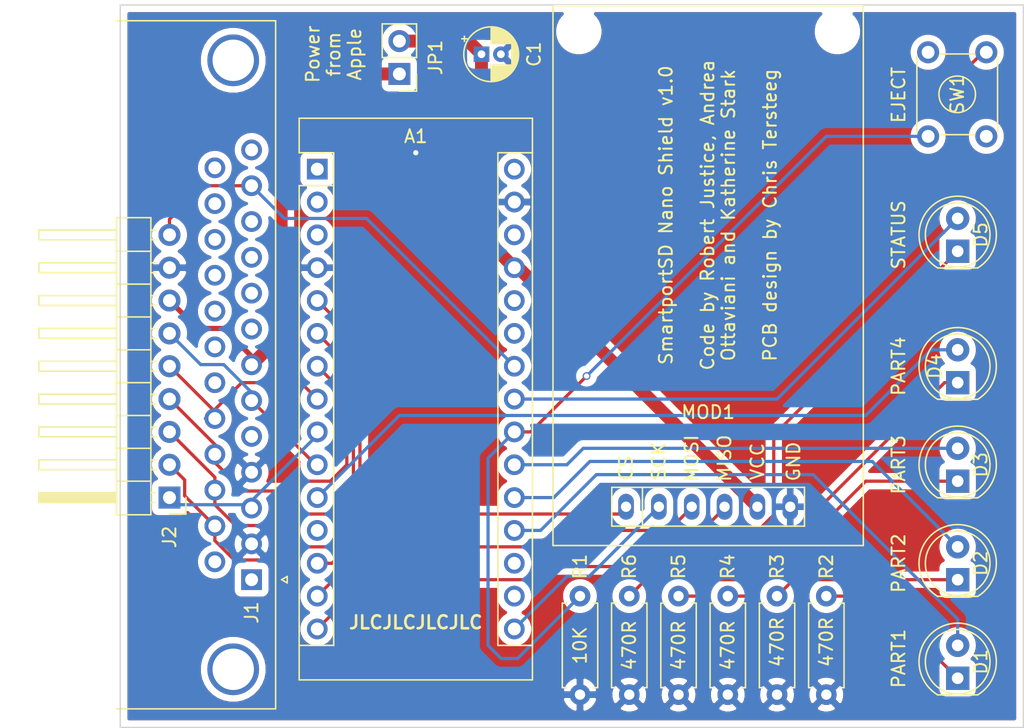
<source format=kicad_pcb>
(kicad_pcb (version 20171130) (host pcbnew "(5.1.9)-1")
  (title_block (date "jeu. 02 avril 2015"))
  (layers (0 F.Cu signal) (31 B.Cu signal) (34 B.Paste user) (35 F.Paste user) (36 B.SilkS user) (37 F.SilkS user) (38 B.Mask user) (39 F.Mask user) (44 Edge.Cuts user))
  (net 0 "")
  (net 1 GND)
  (net 2 +5V)
  (net 3 "Net-(D1-Pad1)")
  (net 4 "Net-(J1-Pad0)")
  (net 5 "Net-(J1-Pad25)")
  (net 6 "Net-(J1-Pad24)")
  (net 7 "Net-(J1-Pad23)")
  (net 8 "Net-(J1-Pad22)")
  (net 9 "Net-(J1-Pad21)")
  (net 10 "Net-(J1-Pad20)")
  (net 11 "Net-(J1-Pad19)")
  (net 12 "Net-(J1-Pad14)")
  (net 13 "Net-(J1-Pad13)")
  (net 14 "Net-(J1-Pad11)")
  (net 15 "Net-(J1-Pad10)")
  (net 16 "Net-(J1-Pad9)")
  (net 17 "Net-(J1-Pad8)")
  (net 18 "Net-(J1-Pad5)")
  (net 19 "Net-(J1-Pad1)")
  (net 20 "Net-(SW1-Pad2)")
  (net 21 "Net-(SW1-Pad3)")
  (net 22 "Net-(A1-Pad30)")
  (net 23 "Net-(A1-Pad28)")
  (net 24 "Net-(A1-Pad12)")
  (net 25 "Net-(A1-Pad26)")
  (net 26 "Net-(A1-Pad25)")
  (net 27 "Net-(A1-Pad3)")
  (net 28 "Net-(A1-Pad18)")
  (net 29 "Net-(A1-Pad2)")
  (net 30 "Net-(A1-Pad17)")
  (net 31 "Net-(A1-Pad1)")
  (net 32 SCK)
  (net 33 MISO)
  (net 34 MOSI)
  (net 35 CS)
  (net 36 D8_PART4_LED)
  (net 37 PD7)
  (net 38 PD6)
  (net 39 PA5)
  (net 40 PD5)
  (net 41 PA4_STATUS_LED)
  (net 42 PD4)
  (net 43 PA3_EJECT_BUTTON)
  (net 44 PD3)
  (net 45 A3_PART3_LED)
  (net 46 PD2)
  (net 47 A1_PART2_LED)
  (net 48 A0_PART1_LED)
  (net 49 "Net-(D2-Pad1)")
  (net 50 "Net-(D3-Pad1)")
  (net 51 "Net-(D4-Pad1)")
  (net 52 "Net-(D5-Pad1)")
  (net 53 5V_APPLE)
  (module CARD-SD-ADAPTER-CATALEX:Catalex-MicroSD-Card-Down (layer F.Cu) (at 162.56 80.518)
    (fp_text reference MOD1 (at -0.25 11.938) (layer F.SilkS))
    (fp_text value CARD-SD-ADAPTER-CATALEX)
    (fp_line (start -7.7 17.75) (end 7.2 17.75) (layer F.SilkS) (width 0.12))
    (fp_line (start 7.2 17.75) (end 7.2 20.75) (layer F.SilkS) (width 0.12))
    (fp_line (start 7.2 20.75) (end -7.7 20.75) (layer F.SilkS) (width 0.12))
    (fp_line (start -7.7 20.75) (end -7.7 17.75) (layer F.SilkS) (width 0.12))
    (fp_line (start -5.33 17.75) (end -5.33 20.75) (layer F.SilkS) (width 0.12))
    (fp_line (start -12.25 22.25) (end 11.75 22.25) (layer F.SilkS) (width 0.12))
    (fp_line (start 11.75 22.25) (end 11.75 -19.5) (layer F.SilkS) (width 0.12))
    (fp_line (start 11.75 -19.5) (end -12.25 -19.5) (layer F.SilkS) (width 0.12))
    (fp_line (start -12.25 -19.5) (end -12.25 22.25) (layer F.SilkS) (width 0.12))
    (fp_text user MISO (at 1.016 15.5 90) (layer F.SilkS))
    (fp_text user CS (at -6.604 16.256 90) (layer F.SilkS))
    (fp_text user SCK (at -4.064 15.748 90) (layer F.SilkS))
    (fp_text user MOSI (at -1.524 15.5 90) (layer F.SilkS))
    (fp_text user VCC (at 3.556 15.75 90) (layer F.SilkS))
    (fp_text user GND (at 6.35 15.75 90) (layer F.SilkS))
    (pad "" np_thru_hole circle (at 9.75 -17.5) (size 2.5 2.5) (drill 2.5) (layers *.Cu *.Mask))
    (pad "" np_thru_hole circle (at -10.25 -17.5) (size 2.5 2.5) (drill 2.5) (layers *.Cu *.Mask))
    (pad GND thru_hole oval (at 6.1 19.25) (size 1.2 2) (drill 0.8) (layers *.Cu *.Mask) (net 1 GND))
    (pad VCC5V thru_hole oval (at 3.56 19.25) (size 1.2 2) (drill 0.8) (layers *.Cu *.Mask) (net 2 +5V))
    (pad MISO thru_hole oval (at 1.02 19.25) (size 1.2 2) (drill 0.8) (layers *.Cu *.Mask) (net 33 MISO))
    (pad MOSI thru_hole oval (at -1.52 19.25) (size 1.2 2) (drill 0.8) (layers *.Cu *.Mask) (net 34 MOSI))
    (pad SCK thru_hole oval (at -4.06 19.25) (size 1.2 2) (drill 0.8) (layers *.Cu *.Mask) (net 32 SCK))
    (pad CS thru_hole oval (at -6.6 19.25) (size 1.2 2) (drill 0.8) (layers *.Cu *.Mask) (net 35 CS))
  )
  (module Resistor_THT:R_Axial_DIN0207_L6.3mm_D2.5mm_P7.62mm_Horizontal (layer F.Cu) (at 156.21 114.3 90)
    (fp_text reference R6 (at 9.906 0 90) (layer F.SilkS))
    (fp_text value 470R (at 3.81 0 90) (layer F.SilkS))
    (fp_line (start 0.54 -1.04) (end 0.54 -1.37) (layer F.SilkS) (width 0.12))
    (fp_line (start 0.54 -1.37) (end 7.08 -1.37) (layer F.SilkS) (width 0.12))
    (fp_line (start 7.08 -1.37) (end 7.08 -1.04) (layer F.SilkS) (width 0.12))
    (fp_line (start 0.54 1.04) (end 0.54 1.37) (layer F.SilkS) (width 0.12))
    (fp_line (start 0.54 1.37) (end 7.08 1.37) (layer F.SilkS) (width 0.12))
    (fp_line (start 7.08 1.37) (end 7.08 1.04) (layer F.SilkS) (width 0.12))
    (pad 2 thru_hole oval (at 7.62 0 90) (size 1.6 1.6) (drill 0.8) (layers *.Cu *.Mask) (net 52 "Net-(D5-Pad1)"))
    (pad 1 thru_hole circle (at 0 0 90) (size 1.6 1.6) (drill 0.8) (layers *.Cu *.Mask) (net 1 GND))
  )
  (module Resistor_THT:R_Axial_DIN0207_L6.3mm_D2.5mm_P7.62mm_Horizontal (layer F.Cu) (at 160.02 114.3 90)
    (fp_text reference R5 (at 9.906 0 90) (layer F.SilkS))
    (fp_text value 470R (at 3.81 0 90) (layer F.SilkS))
    (fp_line (start 0.54 -1.04) (end 0.54 -1.37) (layer F.SilkS) (width 0.12))
    (fp_line (start 0.54 -1.37) (end 7.08 -1.37) (layer F.SilkS) (width 0.12))
    (fp_line (start 7.08 -1.37) (end 7.08 -1.04) (layer F.SilkS) (width 0.12))
    (fp_line (start 0.54 1.04) (end 0.54 1.37) (layer F.SilkS) (width 0.12))
    (fp_line (start 0.54 1.37) (end 7.08 1.37) (layer F.SilkS) (width 0.12))
    (fp_line (start 7.08 1.37) (end 7.08 1.04) (layer F.SilkS) (width 0.12))
    (pad 2 thru_hole oval (at 7.62 0 90) (size 1.6 1.6) (drill 0.8) (layers *.Cu *.Mask) (net 51 "Net-(D4-Pad1)"))
    (pad 1 thru_hole circle (at 0 0 90) (size 1.6 1.6) (drill 0.8) (layers *.Cu *.Mask) (net 1 GND))
  )
  (module Resistor_THT:R_Axial_DIN0207_L6.3mm_D2.5mm_P7.62mm_Horizontal (layer F.Cu) (at 163.83 114.3 90)
    (fp_text reference R4 (at 9.906 0 90) (layer F.SilkS))
    (fp_text value 470R (at 3.81 0 90) (layer F.SilkS))
    (fp_line (start 0.54 -1.04) (end 0.54 -1.37) (layer F.SilkS) (width 0.12))
    (fp_line (start 0.54 -1.37) (end 7.08 -1.37) (layer F.SilkS) (width 0.12))
    (fp_line (start 7.08 -1.37) (end 7.08 -1.04) (layer F.SilkS) (width 0.12))
    (fp_line (start 0.54 1.04) (end 0.54 1.37) (layer F.SilkS) (width 0.12))
    (fp_line (start 0.54 1.37) (end 7.08 1.37) (layer F.SilkS) (width 0.12))
    (fp_line (start 7.08 1.37) (end 7.08 1.04) (layer F.SilkS) (width 0.12))
    (pad 2 thru_hole oval (at 7.62 0 90) (size 1.6 1.6) (drill 0.8) (layers *.Cu *.Mask) (net 50 "Net-(D3-Pad1)"))
    (pad 1 thru_hole circle (at 0 0 90) (size 1.6 1.6) (drill 0.8) (layers *.Cu *.Mask) (net 1 GND))
  )
  (module Resistor_THT:R_Axial_DIN0207_L6.3mm_D2.5mm_P7.62mm_Horizontal (layer F.Cu) (at 167.64 114.3 90)
    (fp_text reference R3 (at 9.906 0 90) (layer F.SilkS))
    (fp_text value 470R (at 4.064 0 90) (layer F.SilkS))
    (fp_line (start 0.54 -1.04) (end 0.54 -1.37) (layer F.SilkS) (width 0.12))
    (fp_line (start 0.54 -1.37) (end 7.08 -1.37) (layer F.SilkS) (width 0.12))
    (fp_line (start 7.08 -1.37) (end 7.08 -1.04) (layer F.SilkS) (width 0.12))
    (fp_line (start 0.54 1.04) (end 0.54 1.37) (layer F.SilkS) (width 0.12))
    (fp_line (start 0.54 1.37) (end 7.08 1.37) (layer F.SilkS) (width 0.12))
    (fp_line (start 7.08 1.37) (end 7.08 1.04) (layer F.SilkS) (width 0.12))
    (pad 2 thru_hole oval (at 7.62 0 90) (size 1.6 1.6) (drill 0.8) (layers *.Cu *.Mask) (net 49 "Net-(D2-Pad1)"))
    (pad 1 thru_hole circle (at 0 0 90) (size 1.6 1.6) (drill 0.8) (layers *.Cu *.Mask) (net 1 GND))
  )
  (module Connector_PinHeader_2.54mm:PinHeader_1x09_P2.54mm_Horizontal (layer F.Cu) (at 120.65 99.06 180)
    (fp_text reference J2 (at 0 -3.048 90) (layer F.SilkS))
    (fp_text value Conn_01x09)
    (fp_line (start 1.44 -1.33) (end 1.44 21.65) (layer F.SilkS) (width 0.12))
    (fp_line (start 1.44 21.65) (end 4.1 21.65) (layer F.SilkS) (width 0.12))
    (fp_line (start 4.1 21.65) (end 4.1 -1.33) (layer F.SilkS) (width 0.12))
    (fp_line (start 4.1 -1.33) (end 1.44 -1.33) (layer F.SilkS) (width 0.12))
    (fp_line (start 4.1 -0.38) (end 10.1 -0.38) (layer F.SilkS) (width 0.12))
    (fp_line (start 10.1 -0.38) (end 10.1 0.38) (layer F.SilkS) (width 0.12))
    (fp_line (start 10.1 0.38) (end 4.1 0.38) (layer F.SilkS) (width 0.12))
    (fp_line (start 4.1 -0.32) (end 10.1 -0.32) (layer F.SilkS) (width 0.12))
    (fp_line (start 4.1 -0.2) (end 10.1 -0.2) (layer F.SilkS) (width 0.12))
    (fp_line (start 4.1 -0.08) (end 10.1 -0.08) (layer F.SilkS) (width 0.12))
    (fp_line (start 4.1 0.04) (end 10.1 0.04) (layer F.SilkS) (width 0.12))
    (fp_line (start 4.1 0.16) (end 10.1 0.16) (layer F.SilkS) (width 0.12))
    (fp_line (start 4.1 0.28) (end 10.1 0.28) (layer F.SilkS) (width 0.12))
    (fp_line (start 1.11 -0.38) (end 1.44 -0.38) (layer F.SilkS) (width 0.12))
    (fp_line (start 1.11 0.38) (end 1.44 0.38) (layer F.SilkS) (width 0.12))
    (fp_line (start 1.44 1.27) (end 4.1 1.27) (layer F.SilkS) (width 0.12))
    (fp_line (start 4.1 2.16) (end 10.1 2.16) (layer F.SilkS) (width 0.12))
    (fp_line (start 10.1 2.16) (end 10.1 2.92) (layer F.SilkS) (width 0.12))
    (fp_line (start 10.1 2.92) (end 4.1 2.92) (layer F.SilkS) (width 0.12))
    (fp_line (start 1.042929 2.16) (end 1.44 2.16) (layer F.SilkS) (width 0.12))
    (fp_line (start 1.042929 2.92) (end 1.44 2.92) (layer F.SilkS) (width 0.12))
    (fp_line (start 1.44 3.81) (end 4.1 3.81) (layer F.SilkS) (width 0.12))
    (fp_line (start 4.1 4.7) (end 10.1 4.7) (layer F.SilkS) (width 0.12))
    (fp_line (start 10.1 4.7) (end 10.1 5.46) (layer F.SilkS) (width 0.12))
    (fp_line (start 10.1 5.46) (end 4.1 5.46) (layer F.SilkS) (width 0.12))
    (fp_line (start 1.042929 4.7) (end 1.44 4.7) (layer F.SilkS) (width 0.12))
    (fp_line (start 1.042929 5.46) (end 1.44 5.46) (layer F.SilkS) (width 0.12))
    (fp_line (start 1.44 6.35) (end 4.1 6.35) (layer F.SilkS) (width 0.12))
    (fp_line (start 4.1 7.24) (end 10.1 7.24) (layer F.SilkS) (width 0.12))
    (fp_line (start 10.1 7.24) (end 10.1 8) (layer F.SilkS) (width 0.12))
    (fp_line (start 10.1 8) (end 4.1 8) (layer F.SilkS) (width 0.12))
    (fp_line (start 1.042929 7.24) (end 1.44 7.24) (layer F.SilkS) (width 0.12))
    (fp_line (start 1.042929 8) (end 1.44 8) (layer F.SilkS) (width 0.12))
    (fp_line (start 1.44 8.89) (end 4.1 8.89) (layer F.SilkS) (width 0.12))
    (fp_line (start 4.1 9.78) (end 10.1 9.78) (layer F.SilkS) (width 0.12))
    (fp_line (start 10.1 9.78) (end 10.1 10.54) (layer F.SilkS) (width 0.12))
    (fp_line (start 10.1 10.54) (end 4.1 10.54) (layer F.SilkS) (width 0.12))
    (fp_line (start 1.042929 9.78) (end 1.44 9.78) (layer F.SilkS) (width 0.12))
    (fp_line (start 1.042929 10.54) (end 1.44 10.54) (layer F.SilkS) (width 0.12))
    (fp_line (start 1.44 11.43) (end 4.1 11.43) (layer F.SilkS) (width 0.12))
    (fp_line (start 4.1 12.32) (end 10.1 12.32) (layer F.SilkS) (width 0.12))
    (fp_line (start 10.1 12.32) (end 10.1 13.08) (layer F.SilkS) (width 0.12))
    (fp_line (start 10.1 13.08) (end 4.1 13.08) (layer F.SilkS) (width 0.12))
    (fp_line (start 1.042929 12.32) (end 1.44 12.32) (layer F.SilkS) (width 0.12))
    (fp_line (start 1.042929 13.08) (end 1.44 13.08) (layer F.SilkS) (width 0.12))
    (fp_line (start 1.44 13.97) (end 4.1 13.97) (layer F.SilkS) (width 0.12))
    (fp_line (start 4.1 14.86) (end 10.1 14.86) (layer F.SilkS) (width 0.12))
    (fp_line (start 10.1 14.86) (end 10.1 15.62) (layer F.SilkS) (width 0.12))
    (fp_line (start 10.1 15.62) (end 4.1 15.62) (layer F.SilkS) (width 0.12))
    (fp_line (start 1.042929 14.86) (end 1.44 14.86) (layer F.SilkS) (width 0.12))
    (fp_line (start 1.042929 15.62) (end 1.44 15.62) (layer F.SilkS) (width 0.12))
    (fp_line (start 1.44 16.51) (end 4.1 16.51) (layer F.SilkS) (width 0.12))
    (fp_line (start 4.1 17.4) (end 10.1 17.4) (layer F.SilkS) (width 0.12))
    (fp_line (start 10.1 17.4) (end 10.1 18.16) (layer F.SilkS) (width 0.12))
    (fp_line (start 10.1 18.16) (end 4.1 18.16) (layer F.SilkS) (width 0.12))
    (fp_line (start 1.042929 17.4) (end 1.44 17.4) (layer F.SilkS) (width 0.12))
    (fp_line (start 1.042929 18.16) (end 1.44 18.16) (layer F.SilkS) (width 0.12))
    (fp_line (start 1.44 19.05) (end 4.1 19.05) (layer F.SilkS) (width 0.12))
    (fp_line (start 4.1 19.94) (end 10.1 19.94) (layer F.SilkS) (width 0.12))
    (fp_line (start 10.1 19.94) (end 10.1 20.7) (layer F.SilkS) (width 0.12))
    (fp_line (start 10.1 20.7) (end 4.1 20.7) (layer F.SilkS) (width 0.12))
    (fp_line (start 1.042929 19.94) (end 1.44 19.94) (layer F.SilkS) (width 0.12))
    (fp_line (start 1.042929 20.7) (end 1.44 20.7) (layer F.SilkS) (width 0.12))
    (fp_line (start -1.27 0) (end -1.27 -1.27) (layer F.SilkS) (width 0.12))
    (fp_line (start -1.27 -1.27) (end 0 -1.27) (layer F.SilkS) (width 0.12))
    (pad 9 thru_hole oval (at 0 20.32 180) (size 1.7 1.7) (drill 1) (layers *.Cu *.Mask) (net 39 PA5))
    (pad 8 thru_hole oval (at 0 17.78 180) (size 1.7 1.7) (drill 1) (layers *.Cu *.Mask) (net 1 GND))
    (pad 7 thru_hole oval (at 0 15.24 180) (size 1.7 1.7) (drill 1) (layers *.Cu *.Mask) (net 53 5V_APPLE))
    (pad 6 thru_hole oval (at 0 12.7 180) (size 1.7 1.7) (drill 1) (layers *.Cu *.Mask) (net 37 PD7))
    (pad 5 thru_hole oval (at 0 10.16 180) (size 1.7 1.7) (drill 1) (layers *.Cu *.Mask) (net 40 PD5))
    (pad 4 thru_hole oval (at 0 7.62 180) (size 1.7 1.7) (drill 1) (layers *.Cu *.Mask) (net 42 PD4))
    (pad 3 thru_hole oval (at 0 5.08 180) (size 1.7 1.7) (drill 1) (layers *.Cu *.Mask) (net 44 PD3))
    (pad 2 thru_hole oval (at 0 2.54 180) (size 1.7 1.7) (drill 1) (layers *.Cu *.Mask) (net 46 PD2))
    (pad 1 thru_hole rect (at 0 0 180) (size 1.7 1.7) (drill 1) (layers *.Cu *.Mask) (net 38 PD6))
  )
  (module LED_THT:LED_D5.0mm (layer F.Cu) (at 181.61 80.01 90)
    (fp_text reference D5 (at 1.27 1.778 90) (layer F.SilkS))
    (fp_text value STATUS (at 1.27 -4.572 90) (layer F.SilkS))
    (fp_circle (center 1.27 0) (end 3.77 0) (layer F.SilkS) (width 0.12))
    (fp_line (start -1.29 -1.545) (end -1.29 1.545) (layer F.SilkS) (width 0.12))
    (fp_arc (start 1.27 0) (end -1.29 1.54483) (angle -148.9) (layer F.SilkS) (width 0.12))
    (fp_arc (start 1.27 0) (end -1.29 -1.54483) (angle 148.9) (layer F.SilkS) (width 0.12))
    (pad 2 thru_hole circle (at 2.54 0 90) (size 1.8 1.8) (drill 0.9) (layers *.Cu *.Mask) (net 41 PA4_STATUS_LED))
    (pad 1 thru_hole rect (at 0 0 90) (size 1.8 1.8) (drill 0.9) (layers *.Cu *.Mask) (net 52 "Net-(D5-Pad1)"))
  )
  (module LED_THT:LED_D5.0mm (layer F.Cu) (at 181.61 90.17 90)
    (fp_text reference D4 (at 1.27 -1.778 90) (layer F.SilkS))
    (fp_text value PART4 (at 1.27 -4.572 90) (layer F.SilkS))
    (fp_circle (center 1.27 0) (end 3.77 0) (layer F.SilkS) (width 0.12))
    (fp_line (start -1.29 -1.545) (end -1.29 1.545) (layer F.SilkS) (width 0.12))
    (fp_arc (start 1.27 0) (end -1.29 1.54483) (angle -148.9) (layer F.SilkS) (width 0.12))
    (fp_arc (start 1.27 0) (end -1.29 -1.54483) (angle 148.9) (layer F.SilkS) (width 0.12))
    (pad 2 thru_hole circle (at 2.54 0 90) (size 1.8 1.8) (drill 0.9) (layers *.Cu *.Mask) (net 36 D8_PART4_LED))
    (pad 1 thru_hole rect (at 0 0 90) (size 1.8 1.8) (drill 0.9) (layers *.Cu *.Mask) (net 51 "Net-(D4-Pad1)"))
  )
  (module LED_THT:LED_D5.0mm (layer F.Cu) (at 181.61 97.79 90)
    (fp_text reference D3 (at 1.27 1.778 90) (layer F.SilkS))
    (fp_text value PART3 (at 1.27 -4.572 90) (layer F.SilkS))
    (fp_circle (center 1.27 0) (end 3.77 0) (layer F.SilkS) (width 0.12))
    (fp_line (start -1.29 -1.545) (end -1.29 1.545) (layer F.SilkS) (width 0.12))
    (fp_arc (start 1.27 0) (end -1.29 1.54483) (angle -148.9) (layer F.SilkS) (width 0.12))
    (fp_arc (start 1.27 0) (end -1.29 -1.54483) (angle 148.9) (layer F.SilkS) (width 0.12))
    (pad 2 thru_hole circle (at 2.54 0 90) (size 1.8 1.8) (drill 0.9) (layers *.Cu *.Mask) (net 45 A3_PART3_LED))
    (pad 1 thru_hole rect (at 0 0 90) (size 1.8 1.8) (drill 0.9) (layers *.Cu *.Mask) (net 50 "Net-(D3-Pad1)"))
  )
  (module LED_THT:LED_D5.0mm (layer F.Cu) (at 181.61 105.41 90)
    (fp_text reference D2 (at 1.27 1.778 90) (layer F.SilkS))
    (fp_text value PART2 (at 1.27 -4.572 90) (layer F.SilkS))
    (fp_circle (center 1.27 0) (end 3.77 0) (layer F.SilkS) (width 0.12))
    (fp_line (start -1.29 -1.545) (end -1.29 1.545) (layer F.SilkS) (width 0.12))
    (fp_arc (start 1.27 0) (end -1.29 1.54483) (angle -148.9) (layer F.SilkS) (width 0.12))
    (fp_arc (start 1.27 0) (end -1.29 -1.54483) (angle 148.9) (layer F.SilkS) (width 0.12))
    (pad 2 thru_hole circle (at 2.54 0 90) (size 1.8 1.8) (drill 0.9) (layers *.Cu *.Mask) (net 47 A1_PART2_LED))
    (pad 1 thru_hole rect (at 0 0 90) (size 1.8 1.8) (drill 0.9) (layers *.Cu *.Mask) (net 49 "Net-(D2-Pad1)"))
  )
  (module Capacitor_THT:CP_Radial_D4.0mm_P1.50mm (layer F.Cu) (at 144.78 64.77)
    (fp_text reference C1 (at 4.064 0 90) (layer F.SilkS))
    (fp_text value "22uf 6.3v")
    (fp_circle (center 0.75 0) (end 2.87 0) (layer F.SilkS) (width 0.12))
    (fp_line (start 0.75 0.84) (end 0.75 2.08) (layer F.SilkS) (width 0.12))
    (fp_line (start 0.75 -2.08) (end 0.75 -0.84) (layer F.SilkS) (width 0.12))
    (fp_line (start 0.79 0.84) (end 0.79 2.08) (layer F.SilkS) (width 0.12))
    (fp_line (start 0.79 -2.08) (end 0.79 -0.84) (layer F.SilkS) (width 0.12))
    (fp_line (start 0.83 0.84) (end 0.83 2.079) (layer F.SilkS) (width 0.12))
    (fp_line (start 0.83 -2.079) (end 0.83 -0.84) (layer F.SilkS) (width 0.12))
    (fp_line (start 0.87 -2.077) (end 0.87 -0.84) (layer F.SilkS) (width 0.12))
    (fp_line (start 0.87 0.84) (end 0.87 2.077) (layer F.SilkS) (width 0.12))
    (fp_line (start 0.91 -2.074) (end 0.91 -0.84) (layer F.SilkS) (width 0.12))
    (fp_line (start 0.91 0.84) (end 0.91 2.074) (layer F.SilkS) (width 0.12))
    (fp_line (start 0.95 -2.071) (end 0.95 -0.84) (layer F.SilkS) (width 0.12))
    (fp_line (start 0.95 0.84) (end 0.95 2.071) (layer F.SilkS) (width 0.12))
    (fp_line (start 0.99 -2.067) (end 0.99 -0.84) (layer F.SilkS) (width 0.12))
    (fp_line (start 0.99 0.84) (end 0.99 2.067) (layer F.SilkS) (width 0.12))
    (fp_line (start 1.03 -2.062) (end 1.03 -0.84) (layer F.SilkS) (width 0.12))
    (fp_line (start 1.03 0.84) (end 1.03 2.062) (layer F.SilkS) (width 0.12))
    (fp_line (start 1.07 -2.056) (end 1.07 -0.84) (layer F.SilkS) (width 0.12))
    (fp_line (start 1.07 0.84) (end 1.07 2.056) (layer F.SilkS) (width 0.12))
    (fp_line (start 1.11 -2.05) (end 1.11 -0.84) (layer F.SilkS) (width 0.12))
    (fp_line (start 1.11 0.84) (end 1.11 2.05) (layer F.SilkS) (width 0.12))
    (fp_line (start 1.15 -2.042) (end 1.15 -0.84) (layer F.SilkS) (width 0.12))
    (fp_line (start 1.15 0.84) (end 1.15 2.042) (layer F.SilkS) (width 0.12))
    (fp_line (start 1.19 -2.034) (end 1.19 -0.84) (layer F.SilkS) (width 0.12))
    (fp_line (start 1.19 0.84) (end 1.19 2.034) (layer F.SilkS) (width 0.12))
    (fp_line (start 1.23 -2.025) (end 1.23 -0.84) (layer F.SilkS) (width 0.12))
    (fp_line (start 1.23 0.84) (end 1.23 2.025) (layer F.SilkS) (width 0.12))
    (fp_line (start 1.27 -2.016) (end 1.27 -0.84) (layer F.SilkS) (width 0.12))
    (fp_line (start 1.27 0.84) (end 1.27 2.016) (layer F.SilkS) (width 0.12))
    (fp_line (start 1.31 -2.005) (end 1.31 -0.84) (layer F.SilkS) (width 0.12))
    (fp_line (start 1.31 0.84) (end 1.31 2.005) (layer F.SilkS) (width 0.12))
    (fp_line (start 1.35 -1.994) (end 1.35 -0.84) (layer F.SilkS) (width 0.12))
    (fp_line (start 1.35 0.84) (end 1.35 1.994) (layer F.SilkS) (width 0.12))
    (fp_line (start 1.39 -1.982) (end 1.39 -0.84) (layer F.SilkS) (width 0.12))
    (fp_line (start 1.39 0.84) (end 1.39 1.982) (layer F.SilkS) (width 0.12))
    (fp_line (start 1.43 -1.968) (end 1.43 -0.84) (layer F.SilkS) (width 0.12))
    (fp_line (start 1.43 0.84) (end 1.43 1.968) (layer F.SilkS) (width 0.12))
    (fp_line (start 1.471 -1.954) (end 1.471 -0.84) (layer F.SilkS) (width 0.12))
    (fp_line (start 1.471 0.84) (end 1.471 1.954) (layer F.SilkS) (width 0.12))
    (fp_line (start 1.511 -1.94) (end 1.511 -0.84) (layer F.SilkS) (width 0.12))
    (fp_line (start 1.511 0.84) (end 1.511 1.94) (layer F.SilkS) (width 0.12))
    (fp_line (start 1.551 -1.924) (end 1.551 -0.84) (layer F.SilkS) (width 0.12))
    (fp_line (start 1.551 0.84) (end 1.551 1.924) (layer F.SilkS) (width 0.12))
    (fp_line (start 1.591 -1.907) (end 1.591 -0.84) (layer F.SilkS) (width 0.12))
    (fp_line (start 1.591 0.84) (end 1.591 1.907) (layer F.SilkS) (width 0.12))
    (fp_line (start 1.631 -1.889) (end 1.631 -0.84) (layer F.SilkS) (width 0.12))
    (fp_line (start 1.631 0.84) (end 1.631 1.889) (layer F.SilkS) (width 0.12))
    (fp_line (start 1.671 -1.87) (end 1.671 -0.84) (layer F.SilkS) (width 0.12))
    (fp_line (start 1.671 0.84) (end 1.671 1.87) (layer F.SilkS) (width 0.12))
    (fp_line (start 1.711 -1.851) (end 1.711 -0.84) (layer F.SilkS) (width 0.12))
    (fp_line (start 1.711 0.84) (end 1.711 1.851) (layer F.SilkS) (width 0.12))
    (fp_line (start 1.751 -1.83) (end 1.751 -0.84) (layer F.SilkS) (width 0.12))
    (fp_line (start 1.751 0.84) (end 1.751 1.83) (layer F.SilkS) (width 0.12))
    (fp_line (start 1.791 -1.808) (end 1.791 -0.84) (layer F.SilkS) (width 0.12))
    (fp_line (start 1.791 0.84) (end 1.791 1.808) (layer F.SilkS) (width 0.12))
    (fp_line (start 1.831 -1.785) (end 1.831 -0.84) (layer F.SilkS) (width 0.12))
    (fp_line (start 1.831 0.84) (end 1.831 1.785) (layer F.SilkS) (width 0.12))
    (fp_line (start 1.871 -1.76) (end 1.871 -0.84) (layer F.SilkS) (width 0.12))
    (fp_line (start 1.871 0.84) (end 1.871 1.76) (layer F.SilkS) (width 0.12))
    (fp_line (start 1.911 -1.735) (end 1.911 -0.84) (layer F.SilkS) (width 0.12))
    (fp_line (start 1.911 0.84) (end 1.911 1.735) (layer F.SilkS) (width 0.12))
    (fp_line (start 1.951 -1.708) (end 1.951 -0.84) (layer F.SilkS) (width 0.12))
    (fp_line (start 1.951 0.84) (end 1.951 1.708) (layer F.SilkS) (width 0.12))
    (fp_line (start 1.991 -1.68) (end 1.991 -0.84) (layer F.SilkS) (width 0.12))
    (fp_line (start 1.991 0.84) (end 1.991 1.68) (layer F.SilkS) (width 0.12))
    (fp_line (start 2.031 -1.65) (end 2.031 -0.84) (layer F.SilkS) (width 0.12))
    (fp_line (start 2.031 0.84) (end 2.031 1.65) (layer F.SilkS) (width 0.12))
    (fp_line (start 2.071 -1.619) (end 2.071 -0.84) (layer F.SilkS) (width 0.12))
    (fp_line (start 2.071 0.84) (end 2.071 1.619) (layer F.SilkS) (width 0.12))
    (fp_line (start 2.111 -1.587) (end 2.111 -0.84) (layer F.SilkS) (width 0.12))
    (fp_line (start 2.111 0.84) (end 2.111 1.587) (layer F.SilkS) (width 0.12))
    (fp_line (start 2.151 -1.552) (end 2.151 -0.84) (layer F.SilkS) (width 0.12))
    (fp_line (start 2.151 0.84) (end 2.151 1.552) (layer F.SilkS) (width 0.12))
    (fp_line (start 2.191 -1.516) (end 2.191 -0.84) (layer F.SilkS) (width 0.12))
    (fp_line (start 2.191 0.84) (end 2.191 1.516) (layer F.SilkS) (width 0.12))
    (fp_line (start 2.231 -1.478) (end 2.231 -0.84) (layer F.SilkS) (width 0.12))
    (fp_line (start 2.231 0.84) (end 2.231 1.478) (layer F.SilkS) (width 0.12))
    (fp_line (start 2.271 -1.438) (end 2.271 -0.84) (layer F.SilkS) (width 0.12))
    (fp_line (start 2.271 0.84) (end 2.271 1.438) (layer F.SilkS) (width 0.12))
    (fp_line (start 2.311 -1.396) (end 2.311 -0.84) (layer F.SilkS) (width 0.12))
    (fp_line (start 2.311 0.84) (end 2.311 1.396) (layer F.SilkS) (width 0.12))
    (fp_line (start 2.351 -1.351) (end 2.351 1.351) (layer F.SilkS) (width 0.12))
    (fp_line (start 2.391 -1.304) (end 2.391 1.304) (layer F.SilkS) (width 0.12))
    (fp_line (start 2.431 -1.254) (end 2.431 1.254) (layer F.SilkS) (width 0.12))
    (fp_line (start 2.471 -1.2) (end 2.471 1.2) (layer F.SilkS) (width 0.12))
    (fp_line (start 2.511 -1.142) (end 2.511 1.142) (layer F.SilkS) (width 0.12))
    (fp_line (start 2.551 -1.08) (end 2.551 1.08) (layer F.SilkS) (width 0.12))
    (fp_line (start 2.591 -1.013) (end 2.591 1.013) (layer F.SilkS) (width 0.12))
    (fp_line (start 2.631 -0.94) (end 2.631 0.94) (layer F.SilkS) (width 0.12))
    (fp_line (start 2.671 -0.859) (end 2.671 0.859) (layer F.SilkS) (width 0.12))
    (fp_line (start 2.711 -0.768) (end 2.711 0.768) (layer F.SilkS) (width 0.12))
    (fp_line (start 2.751 -0.664) (end 2.751 0.664) (layer F.SilkS) (width 0.12))
    (fp_line (start 2.791 -0.537) (end 2.791 0.537) (layer F.SilkS) (width 0.12))
    (fp_line (start 2.831 -0.37) (end 2.831 0.37) (layer F.SilkS) (width 0.12))
    (fp_line (start -1.519801 -1.195) (end -1.119801 -1.195) (layer F.SilkS) (width 0.12))
    (fp_line (start -1.319801 -1.395) (end -1.319801 -0.995) (layer F.SilkS) (width 0.12))
    (pad 2 thru_hole circle (at 1.5 0) (size 1.2 1.2) (drill 0.6) (layers *.Cu *.Mask) (net 1 GND))
    (pad 1 thru_hole rect (at 0 0) (size 1.2 1.2) (drill 0.6) (layers *.Cu *.Mask) (net 2 +5V))
  )
  (module Module:Arduino_Nano (layer F.Cu) (at 132.08 73.66)
    (fp_text reference A1 (at 7.62 -2.54) (layer F.SilkS))
    (fp_text value Arduino_Nano_v3.x)
    (fp_line (start 1.27 1.27) (end 1.27 -1.27) (layer F.SilkS) (width 0.12))
    (fp_line (start 1.27 -1.27) (end -1.4 -1.27) (layer F.SilkS) (width 0.12))
    (fp_line (start -1.4 1.27) (end -1.4 39.5) (layer F.SilkS) (width 0.12))
    (fp_line (start -1.4 -3.94) (end -1.4 -1.27) (layer F.SilkS) (width 0.12))
    (fp_line (start 13.97 -1.27) (end 16.64 -1.27) (layer F.SilkS) (width 0.12))
    (fp_line (start 13.97 -1.27) (end 13.97 36.83) (layer F.SilkS) (width 0.12))
    (fp_line (start 13.97 36.83) (end 16.64 36.83) (layer F.SilkS) (width 0.12))
    (fp_line (start 1.27 1.27) (end -1.4 1.27) (layer F.SilkS) (width 0.12))
    (fp_line (start 1.27 1.27) (end 1.27 36.83) (layer F.SilkS) (width 0.12))
    (fp_line (start 1.27 36.83) (end -1.4 36.83) (layer F.SilkS) (width 0.12))
    (fp_line (start -1.4 39.5) (end 16.64 39.5) (layer F.SilkS) (width 0.12))
    (fp_line (start 16.64 39.5) (end 16.64 -3.94) (layer F.SilkS) (width 0.12))
    (fp_line (start 16.64 -3.94) (end -1.4 -3.94) (layer F.SilkS) (width 0.12))
    (pad 16 thru_hole oval (at 15.24 35.56) (size 1.6 1.6) (drill 1) (layers *.Cu *.Mask) (net 32 SCK))
    (pad 15 thru_hole oval (at 0 35.56) (size 1.6 1.6) (drill 1) (layers *.Cu *.Mask) (net 33 MISO))
    (pad 30 thru_hole oval (at 15.24 0) (size 1.6 1.6) (drill 1) (layers *.Cu *.Mask) (net 22 "Net-(A1-Pad30)"))
    (pad 14 thru_hole oval (at 0 33.02) (size 1.6 1.6) (drill 1) (layers *.Cu *.Mask) (net 34 MOSI))
    (pad 29 thru_hole oval (at 15.24 2.54) (size 1.6 1.6) (drill 1) (layers *.Cu *.Mask) (net 1 GND))
    (pad 13 thru_hole oval (at 0 30.48) (size 1.6 1.6) (drill 1) (layers *.Cu *.Mask) (net 35 CS))
    (pad 28 thru_hole oval (at 15.24 5.08) (size 1.6 1.6) (drill 1) (layers *.Cu *.Mask) (net 23 "Net-(A1-Pad28)"))
    (pad 12 thru_hole oval (at 0 27.94) (size 1.6 1.6) (drill 1) (layers *.Cu *.Mask) (net 24 "Net-(A1-Pad12)"))
    (pad 27 thru_hole oval (at 15.24 7.62) (size 1.6 1.6) (drill 1) (layers *.Cu *.Mask) (net 2 +5V))
    (pad 11 thru_hole oval (at 0 25.4) (size 1.6 1.6) (drill 1) (layers *.Cu *.Mask) (net 36 D8_PART4_LED))
    (pad 26 thru_hole oval (at 15.24 10.16) (size 1.6 1.6) (drill 1) (layers *.Cu *.Mask) (net 25 "Net-(A1-Pad26)"))
    (pad 10 thru_hole oval (at 0 22.86) (size 1.6 1.6) (drill 1) (layers *.Cu *.Mask) (net 37 PD7))
    (pad 25 thru_hole oval (at 15.24 12.7) (size 1.6 1.6) (drill 1) (layers *.Cu *.Mask) (net 26 "Net-(A1-Pad25)"))
    (pad 9 thru_hole oval (at 0 20.32) (size 1.6 1.6) (drill 1) (layers *.Cu *.Mask) (net 38 PD6))
    (pad 24 thru_hole oval (at 15.24 15.24) (size 1.6 1.6) (drill 1) (layers *.Cu *.Mask) (net 39 PA5))
    (pad 8 thru_hole oval (at 0 17.78) (size 1.6 1.6) (drill 1) (layers *.Cu *.Mask) (net 40 PD5))
    (pad 23 thru_hole oval (at 15.24 17.78) (size 1.6 1.6) (drill 1) (layers *.Cu *.Mask) (net 41 PA4_STATUS_LED))
    (pad 7 thru_hole oval (at 0 15.24) (size 1.6 1.6) (drill 1) (layers *.Cu *.Mask) (net 42 PD4))
    (pad 22 thru_hole oval (at 15.24 20.32) (size 1.6 1.6) (drill 1) (layers *.Cu *.Mask) (net 43 PA3_EJECT_BUTTON))
    (pad 6 thru_hole oval (at 0 12.7) (size 1.6 1.6) (drill 1) (layers *.Cu *.Mask) (net 44 PD3))
    (pad 21 thru_hole oval (at 15.24 22.86) (size 1.6 1.6) (drill 1) (layers *.Cu *.Mask) (net 45 A3_PART3_LED))
    (pad 5 thru_hole oval (at 0 10.16) (size 1.6 1.6) (drill 1) (layers *.Cu *.Mask) (net 46 PD2))
    (pad 20 thru_hole oval (at 15.24 25.4) (size 1.6 1.6) (drill 1) (layers *.Cu *.Mask) (net 47 A1_PART2_LED))
    (pad 4 thru_hole oval (at 0 7.62) (size 1.6 1.6) (drill 1) (layers *.Cu *.Mask) (net 1 GND))
    (pad 19 thru_hole oval (at 15.24 27.94) (size 1.6 1.6) (drill 1) (layers *.Cu *.Mask) (net 48 A0_PART1_LED))
    (pad 3 thru_hole oval (at 0 5.08) (size 1.6 1.6) (drill 1) (layers *.Cu *.Mask) (net 27 "Net-(A1-Pad3)"))
    (pad 18 thru_hole oval (at 15.24 30.48) (size 1.6 1.6) (drill 1) (layers *.Cu *.Mask) (net 28 "Net-(A1-Pad18)"))
    (pad 2 thru_hole oval (at 0 2.54) (size 1.6 1.6) (drill 1) (layers *.Cu *.Mask) (net 29 "Net-(A1-Pad2)"))
    (pad 17 thru_hole oval (at 15.24 33.02) (size 1.6 1.6) (drill 1) (layers *.Cu *.Mask) (net 30 "Net-(A1-Pad17)"))
    (pad 1 thru_hole rect (at 0 0) (size 1.6 1.6) (drill 1) (layers *.Cu *.Mask) (net 31 "Net-(A1-Pad1)"))
  )
  (module Button_Switch_THT:SW_TH_Tactile_Omron_B3F-10xx (layer F.Cu) (at 179.324 71.12 90)
    (fp_text reference SW1 (at 3.25 2.25 90) (layer F.SilkS))
    (fp_text value EJECT (at 3.2 -2.286 90) (layer F.SilkS))
    (fp_circle (center 3.25 2.25) (end 4.25 3.25) (layer F.SilkS) (width 0.12))
    (fp_line (start 0.28 5.37) (end 6.22 5.37) (layer F.SilkS) (width 0.12))
    (fp_line (start 0.28 -0.87) (end 6.22 -0.87) (layer F.SilkS) (width 0.12))
    (fp_line (start 0.13 3.59) (end 0.13 0.91) (layer F.SilkS) (width 0.12))
    (fp_line (start 6.37 0.91) (end 6.37 3.59) (layer F.SilkS) (width 0.12))
    (pad 1 thru_hole circle (at 0 0 90) (size 1.7 1.7) (drill 1) (layers *.Cu *.Mask) (net 43 PA3_EJECT_BUTTON))
    (pad 2 thru_hole circle (at 6.5 0 90) (size 1.7 1.7) (drill 1) (layers *.Cu *.Mask) (net 20 "Net-(SW1-Pad2)"))
    (pad 3 thru_hole circle (at 0 4.5 90) (size 1.7 1.7) (drill 1) (layers *.Cu *.Mask) (net 21 "Net-(SW1-Pad3)"))
    (pad 4 thru_hole circle (at 6.5 4.5 90) (size 1.7 1.7) (drill 1) (layers *.Cu *.Mask) (net 2 +5V))
  )
  (module Resistor_THT:R_Axial_DIN0207_L6.3mm_D2.5mm_P7.62mm_Horizontal (layer F.Cu) (at 171.45 114.3 90)
    (fp_text reference R2 (at 9.906 0 90) (layer F.SilkS))
    (fp_text value 470R (at 4.064 0 90) (layer F.SilkS))
    (fp_line (start 0.54 -1.04) (end 0.54 -1.37) (layer F.SilkS) (width 0.12))
    (fp_line (start 0.54 -1.37) (end 7.08 -1.37) (layer F.SilkS) (width 0.12))
    (fp_line (start 7.08 -1.37) (end 7.08 -1.04) (layer F.SilkS) (width 0.12))
    (fp_line (start 0.54 1.04) (end 0.54 1.37) (layer F.SilkS) (width 0.12))
    (fp_line (start 0.54 1.37) (end 7.08 1.37) (layer F.SilkS) (width 0.12))
    (fp_line (start 7.08 1.37) (end 7.08 1.04) (layer F.SilkS) (width 0.12))
    (pad 2 thru_hole oval (at 7.62 0 90) (size 1.6 1.6) (drill 0.8) (layers *.Cu *.Mask) (net 3 "Net-(D1-Pad1)"))
    (pad 1 thru_hole circle (at 0 0 90) (size 1.6 1.6) (drill 0.8) (layers *.Cu *.Mask) (net 1 GND))
  )
  (module Resistor_THT:R_Axial_DIN0207_L6.3mm_D2.5mm_P7.62mm_Horizontal (layer F.Cu) (at 152.4 106.68 270)
    (fp_text reference R1 (at -2.286 0 90) (layer F.SilkS))
    (fp_text value 10K (at 3.81 0 90) (layer F.SilkS))
    (fp_line (start 0.54 -1.04) (end 0.54 -1.37) (layer F.SilkS) (width 0.12))
    (fp_line (start 0.54 -1.37) (end 7.08 -1.37) (layer F.SilkS) (width 0.12))
    (fp_line (start 7.08 -1.37) (end 7.08 -1.04) (layer F.SilkS) (width 0.12))
    (fp_line (start 0.54 1.04) (end 0.54 1.37) (layer F.SilkS) (width 0.12))
    (fp_line (start 0.54 1.37) (end 7.08 1.37) (layer F.SilkS) (width 0.12))
    (fp_line (start 7.08 1.37) (end 7.08 1.04) (layer F.SilkS) (width 0.12))
    (pad 2 thru_hole oval (at 7.62 0 270) (size 1.6 1.6) (drill 0.8) (layers *.Cu *.Mask) (net 1 GND))
    (pad 1 thru_hole circle (at 0 0 270) (size 1.6 1.6) (drill 0.8) (layers *.Cu *.Mask) (net 43 PA3_EJECT_BUTTON))
  )
  (module Connector_PinHeader_2.54mm:PinHeader_1x02_P2.54mm_Vertical (layer F.Cu) (at 138.43 66.294 180)
    (fp_text reference JP1 (at -2.794 1.27 90) (layer F.SilkS))
    (fp_text value Jumper)
    (fp_line (start -1.33 3.87) (end 1.33 3.87) (layer F.SilkS) (width 0.12))
    (fp_line (start -1.33 1.27) (end -1.33 3.87) (layer F.SilkS) (width 0.12))
    (fp_line (start 1.33 1.27) (end 1.33 3.87) (layer F.SilkS) (width 0.12))
    (fp_line (start -1.33 1.27) (end 1.33 1.27) (layer F.SilkS) (width 0.12))
    (fp_line (start -1.33 0) (end -1.33 -1.33) (layer F.SilkS) (width 0.12))
    (fp_line (start -1.33 -1.33) (end 0 -1.33) (layer F.SilkS) (width 0.12))
    (pad 2 thru_hole oval (at 0 2.54 180) (size 1.7 1.7) (drill 1) (layers *.Cu *.Mask) (net 2 +5V))
    (pad 1 thru_hole rect (at 0 0 180) (size 1.7 1.7) (drill 1) (layers *.Cu *.Mask) (net 53 5V_APPLE))
  )
  (module Connector_Dsub:DSUB-25_Female_Horizontal_P2.77x2.84mm_EdgePinOffset7.70mm_Housed_MountingHolesOffset9.12mm (layer F.Cu) (at 127 105.41 270)
    (fp_text reference J1 (at 2.54 0 270) (layer F.SilkS))
    (fp_text value DB25_Female_MountingHoles)
    (fp_line (start -43.23 10.48) (end -43.23 -1.86) (layer F.SilkS) (width 0.12))
    (fp_line (start -43.23 -1.86) (end 9.99 -1.86) (layer F.SilkS) (width 0.12))
    (fp_line (start 9.99 -1.86) (end 9.99 10.48) (layer F.SilkS) (width 0.12))
    (fp_line (start -0.25 -2.754338) (end 0.25 -2.754338) (layer F.SilkS) (width 0.12))
    (fp_line (start 0.25 -2.754338) (end 0 -2.321325) (layer F.SilkS) (width 0.12))
    (fp_line (start 0 -2.321325) (end -0.25 -2.754338) (layer F.SilkS) (width 0.12))
    (pad 0 thru_hole circle (at 6.93 1.42 270) (size 4 4) (drill 3.2) (layers *.Cu *.Mask) (net 4 "Net-(J1-Pad0)"))
    (pad 0 thru_hole circle (at -40.17 1.42 270) (size 4 4) (drill 3.2) (layers *.Cu *.Mask) (net 4 "Net-(J1-Pad0)"))
    (pad 25 thru_hole circle (at -31.855 2.84 270) (size 1.6 1.6) (drill 1) (layers *.Cu *.Mask) (net 5 "Net-(J1-Pad25)"))
    (pad 24 thru_hole circle (at -29.085 2.84 270) (size 1.6 1.6) (drill 1) (layers *.Cu *.Mask) (net 6 "Net-(J1-Pad24)"))
    (pad 23 thru_hole circle (at -26.315 2.84 270) (size 1.6 1.6) (drill 1) (layers *.Cu *.Mask) (net 7 "Net-(J1-Pad23)"))
    (pad 22 thru_hole circle (at -23.545 2.84 270) (size 1.6 1.6) (drill 1) (layers *.Cu *.Mask) (net 8 "Net-(J1-Pad22)"))
    (pad 21 thru_hole circle (at -20.775 2.84 270) (size 1.6 1.6) (drill 1) (layers *.Cu *.Mask) (net 9 "Net-(J1-Pad21)"))
    (pad 20 thru_hole circle (at -18.005 2.84 270) (size 1.6 1.6) (drill 1) (layers *.Cu *.Mask) (net 10 "Net-(J1-Pad20)"))
    (pad 19 thru_hole circle (at -15.235 2.84 270) (size 1.6 1.6) (drill 1) (layers *.Cu *.Mask) (net 11 "Net-(J1-Pad19)"))
    (pad 18 thru_hole circle (at -12.465 2.84 270) (size 1.6 1.6) (drill 1) (layers *.Cu *.Mask) (net 40 PD5))
    (pad 17 thru_hole circle (at -9.695 2.84 270) (size 1.6 1.6) (drill 1) (layers *.Cu *.Mask) (net 42 PD4))
    (pad 16 thru_hole circle (at -6.925 2.84 270) (size 1.6 1.6) (drill 1) (layers *.Cu *.Mask) (net 44 PD3))
    (pad 15 thru_hole circle (at -4.155 2.84 270) (size 1.6 1.6) (drill 1) (layers *.Cu *.Mask) (net 46 PD2))
    (pad 14 thru_hole circle (at -1.385 2.84 270) (size 1.6 1.6) (drill 1) (layers *.Cu *.Mask) (net 12 "Net-(J1-Pad14)"))
    (pad 13 thru_hole circle (at -33.24 0 270) (size 1.6 1.6) (drill 1) (layers *.Cu *.Mask) (net 13 "Net-(J1-Pad13)"))
    (pad 12 thru_hole circle (at -30.47 0 270) (size 1.6 1.6) (drill 1) (layers *.Cu *.Mask) (net 39 PA5))
    (pad 11 thru_hole circle (at -27.7 0 270) (size 1.6 1.6) (drill 1) (layers *.Cu *.Mask) (net 14 "Net-(J1-Pad11)"))
    (pad 10 thru_hole circle (at -24.93 0 270) (size 1.6 1.6) (drill 1) (layers *.Cu *.Mask) (net 15 "Net-(J1-Pad10)"))
    (pad 9 thru_hole circle (at -22.16 0 270) (size 1.6 1.6) (drill 1) (layers *.Cu *.Mask) (net 16 "Net-(J1-Pad9)"))
    (pad 8 thru_hole circle (at -19.39 0 270) (size 1.6 1.6) (drill 1) (layers *.Cu *.Mask) (net 17 "Net-(J1-Pad8)"))
    (pad 7 thru_hole circle (at -16.62 0 270) (size 1.6 1.6) (drill 1) (layers *.Cu *.Mask) (net 53 5V_APPLE))
    (pad 6 thru_hole circle (at -13.85 0 270) (size 1.6 1.6) (drill 1) (layers *.Cu *.Mask) (net 37 PD7))
    (pad 5 thru_hole circle (at -11.08 0 270) (size 1.6 1.6) (drill 1) (layers *.Cu *.Mask) (net 18 "Net-(J1-Pad5)"))
    (pad 4 thru_hole circle (at -8.31 0 270) (size 1.6 1.6) (drill 1) (layers *.Cu *.Mask) (net 1 GND))
    (pad 3 thru_hole circle (at -5.54 0 270) (size 1.6 1.6) (drill 1) (layers *.Cu *.Mask) (net 38 PD6))
    (pad 2 thru_hole circle (at -2.77 0 270) (size 1.6 1.6) (drill 1) (layers *.Cu *.Mask) (net 1 GND))
    (pad 1 thru_hole rect (at 0 0 270) (size 1.6 1.6) (drill 1) (layers *.Cu *.Mask) (net 19 "Net-(J1-Pad1)"))
  )
  (module LED_THT:LED_D5.0mm (layer F.Cu) (at 181.61 113.03 90)
    (fp_text reference D1 (at 1.27 1.778 90) (layer F.SilkS))
    (fp_text value PART1 (at 1.524 -4.572 90) (layer F.SilkS))
    (fp_circle (center 1.27 0) (end 3.77 0) (layer F.SilkS) (width 0.12))
    (fp_line (start -1.29 -1.545) (end -1.29 1.545) (layer F.SilkS) (width 0.12))
    (fp_arc (start 1.27 0) (end -1.29 1.54483) (angle -148.9) (layer F.SilkS) (width 0.12))
    (fp_arc (start 1.27 0) (end -1.29 -1.54483) (angle 148.9) (layer F.SilkS) (width 0.12))
    (pad 2 thru_hole circle (at 2.54 0 90) (size 1.8 1.8) (drill 0.9) (layers *.Cu *.Mask) (net 48 A0_PART1_LED))
    (pad 1 thru_hole rect (at 0 0 90) (size 1.8 1.8) (drill 0.9) (layers *.Cu *.Mask) (net 3 "Net-(D1-Pad1)"))
  )
  (gr_text JLCJLCJLCJLC (at 139.7 108.712) (layer F.SilkS) (effects (font (size 1 1) (thickness 0.2))))
  (gr_text "SmartportSD Nano Shield v1.0\n\nCode by Robert Justice, Andrea\nOttaviani and Katherine Stark\n\nPCB design by Chris Tersteeg" (at 163.068 77.216 90) (layer F.SilkS) (effects (font (size 1 1))))
  (gr_text "Power\nfrom\nApple" (at 133.35 64.77 90) (layer F.SilkS) (effects (font (size 1 1))))
  (gr_line (start 116.84 60.96) (end 186.69 60.96) (layer Edge.Cuts) (width 0.1))
  (gr_line (start 186.69 116.84) (end 116.84 116.84) (layer Edge.Cuts) (width 0.1))
  (gr_line (start 186.69 116.84) (end 186.69 60.96) (layer Edge.Cuts) (width 0.1))
  (gr_line (start 116.84 60.96) (end 116.84 116.84) (layer Edge.Cuts) (width 0.1))
  (via (at 139.7 72.39) (size 0.6) (drill 0.4) (layers F.Cu B.Cu) (net 1))
  (segment (start 144.78 78.74) (end 147.32 81.28) (width 1) (layer F.Cu) (net 2))
  (segment (start 147.632 81.28) (end 166.12 99.768) (width 1) (layer F.Cu) (net 2))
  (segment (start 147.32 81.28) (end 147.632 81.28) (width 1) (layer F.Cu) (net 2))
  (segment (start 183.57 64.62) (end 180.372 67.818) (width 0.25) (layer F.Cu) (net 2))
  (segment (start 180.372 67.818) (end 147.828 67.818) (width 0.25) (layer F.Cu) (net 2))
  (segment (start 144.78 70.866) (end 144.78 78.74) (width 1) (layer F.Cu) (net 2))
  (segment (start 147.828 67.818) (end 144.78 70.866) (width 0.25) (layer F.Cu) (net 2))
  (segment (start 144.78 64.77) (end 144.78 70.866) (width 1) (layer F.Cu) (net 2))
  (segment (start 143.764 63.754) (end 144.78 64.77) (width 1) (layer F.Cu) (net 2))
  (segment (start 138.43 63.754) (end 143.764 63.754) (width 1) (layer F.Cu) (net 2))
  (segment (start 175.26 106.68) (end 181.61 113.03) (width 0.25) (layer F.Cu) (net 3))
  (segment (start 171.45 106.68) (end 175.26 106.68) (width 0.25) (layer F.Cu) (net 3))
  (segment (start 153.112 105.156) (end 158.5 99.768) (width 0.25) (layer B.Cu) (net 32))
  (segment (start 151.384 105.156) (end 153.112 105.156) (width 0.25) (layer B.Cu) (net 32))
  (segment (start 147.32 109.22) (end 151.384 105.156) (width 0.25) (layer B.Cu) (net 32))
  (segment (start 163.58 99.869) (end 163.58 99.768) (width 0.25) (layer F.Cu) (net 33))
  (segment (start 159.055 104.394) (end 163.58 99.869) (width 0.25) (layer F.Cu) (net 33))
  (segment (start 149.86 104.394) (end 159.055 104.394) (width 0.25) (layer F.Cu) (net 33))
  (segment (start 148.844 105.41) (end 149.86 104.394) (width 0.25) (layer F.Cu) (net 33))
  (segment (start 135.89 105.41) (end 148.844 105.41) (width 0.25) (layer F.Cu) (net 33))
  (segment (start 132.08 109.22) (end 135.89 105.41) (width 0.25) (layer F.Cu) (net 33))
  (segment (start 161.04 99.818) (end 161.04 99.768) (width 0.25) (layer F.Cu) (net 34))
  (segment (start 159.258 101.6) (end 161.04 99.818) (width 0.25) (layer F.Cu) (net 34))
  (segment (start 153.416 101.6) (end 159.258 101.6) (width 0.25) (layer F.Cu) (net 34))
  (segment (start 152.146 102.87) (end 153.416 101.6) (width 0.25) (layer F.Cu) (net 34))
  (segment (start 135.89 102.87) (end 152.146 102.87) (width 0.25) (layer F.Cu) (net 34))
  (segment (start 132.08 106.68) (end 135.89 102.87) (width 0.25) (layer F.Cu) (net 34))
  (segment (start 155.398 100.33) (end 155.96 99.768) (width 0.25) (layer F.Cu) (net 35))
  (segment (start 137.02137 100.33) (end 155.398 100.33) (width 0.25) (layer F.Cu) (net 35))
  (segment (start 133.21137 104.14) (end 137.02137 100.33) (width 0.25) (layer F.Cu) (net 35))
  (segment (start 132.08 104.14) (end 133.21137 104.14) (width 0.25) (layer F.Cu) (net 35))
  (segment (start 174.498 92.71) (end 179.578 87.63) (width 0.25) (layer B.Cu) (net 36))
  (segment (start 138.43 92.71) (end 174.498 92.71) (width 0.25) (layer B.Cu) (net 36))
  (segment (start 132.08 99.06) (end 138.43 92.71) (width 0.25) (layer B.Cu) (net 36))
  (segment (start 179.578 87.63) (end 181.61 87.63) (width 0.25) (layer B.Cu) (net 36))
  (segment (start 131.96 96.52) (end 132.08 96.52) (width 0.25) (layer F.Cu) (net 37))
  (segment (start 127 91.56) (end 131.96 96.52) (width 0.25) (layer F.Cu) (net 37))
  (segment (start 127 90.932) (end 127 91.56) (width 0.25) (layer B.Cu) (net 37))
  (segment (start 124.841 88.773) (end 127 90.932) (width 0.25) (layer B.Cu) (net 37))
  (segment (start 123.063 88.773) (end 124.841 88.773) (width 0.25) (layer B.Cu) (net 37))
  (segment (start 120.65 86.36) (end 123.063 88.773) (width 0.25) (layer B.Cu) (net 37))
  (segment (start 126.740001 99.610001) (end 127 99.87) (width 0.25) (layer B.Cu) (net 38))
  (segment (start 121.200001 99.610001) (end 126.740001 99.610001) (width 0.25) (layer B.Cu) (net 38))
  (segment (start 120.65 99.06) (end 121.200001 99.610001) (width 0.25) (layer B.Cu) (net 38))
  (segment (start 132.08 94.234) (end 132.08 93.98) (width 0.25) (layer B.Cu) (net 38))
  (segment (start 127 99.314) (end 132.08 94.234) (width 0.25) (layer B.Cu) (net 38))
  (segment (start 127 99.87) (end 127 99.314) (width 0.25) (layer B.Cu) (net 38))
  (segment (start 123.247919 74.94) (end 127 74.94) (width 0.25) (layer F.Cu) (net 39))
  (segment (start 120.65 77.537919) (end 123.247919 74.94) (width 0.25) (layer F.Cu) (net 39))
  (segment (start 120.65 78.74) (end 120.65 77.537919) (width 0.25) (layer F.Cu) (net 39))
  (segment (start 135.89 77.47) (end 147.32 88.9) (width 0.25) (layer B.Cu) (net 39))
  (segment (start 129.53 77.47) (end 135.89 77.47) (width 0.25) (layer B.Cu) (net 39))
  (segment (start 127 74.94) (end 129.53 77.47) (width 0.25) (layer B.Cu) (net 39))
  (segment (start 123.425 92.945) (end 124.16 92.945) (width 0.25) (layer F.Cu) (net 40))
  (segment (start 124.16 92.41) (end 124.16 92.945) (width 0.25) (layer F.Cu) (net 40))
  (segment (start 120.65 88.9) (end 124.16 92.41) (width 0.25) (layer F.Cu) (net 40))
  (segment (start 130.81 90.17) (end 132.08 91.44) (width 0.25) (layer F.Cu) (net 40))
  (segment (start 126.238 90.17) (end 130.81 90.17) (width 0.25) (layer F.Cu) (net 40))
  (segment (start 124.16 92.248) (end 126.238 90.17) (width 0.25) (layer F.Cu) (net 40))
  (segment (start 124.16 92.945) (end 124.16 92.248) (width 0.25) (layer F.Cu) (net 40))
  (segment (start 167.64 91.44) (end 181.61 77.47) (width 0.25) (layer B.Cu) (net 41))
  (segment (start 147.32 91.44) (end 167.64 91.44) (width 0.25) (layer B.Cu) (net 41))
  (segment (start 123.655 95.715) (end 124.16 95.715) (width 0.25) (layer F.Cu) (net 42))
  (segment (start 124.16 94.95) (end 124.16 95.715) (width 0.25) (layer F.Cu) (net 42))
  (segment (start 120.65 91.44) (end 124.16 94.95) (width 0.25) (layer F.Cu) (net 42))
  (segment (start 134.366 91.186) (end 132.08 88.9) (width 0.25) (layer F.Cu) (net 42))
  (segment (start 134.366 96.52) (end 134.366 91.186) (width 0.25) (layer F.Cu) (net 42))
  (segment (start 133.096 97.79) (end 134.366 96.52) (width 0.25) (layer F.Cu) (net 42))
  (segment (start 130.302 98.552) (end 131.064 97.79) (width 0.25) (layer F.Cu) (net 42))
  (segment (start 126.365 98.552) (end 130.302 98.552) (width 0.25) (layer F.Cu) (net 42))
  (segment (start 131.064 97.79) (end 133.096 97.79) (width 0.25) (layer F.Cu) (net 42))
  (segment (start 124.16 96.347) (end 126.365 98.552) (width 0.25) (layer F.Cu) (net 42))
  (segment (start 124.16 95.715) (end 124.16 96.347) (width 0.25) (layer F.Cu) (net 42))
  (via (at 152.908 89.662) (size 0.6) (drill 0.4) (layers F.Cu B.Cu) (net 43))
  (segment (start 148.59 93.98) (end 152.908 89.662) (width 0.25) (layer F.Cu) (net 43))
  (segment (start 147.32 93.98) (end 148.59 93.98) (width 0.25) (layer F.Cu) (net 43))
  (segment (start 171.45 71.12) (end 179.07 71.12) (width 0.25) (layer B.Cu) (net 43))
  (segment (start 152.908 89.662) (end 171.45 71.12) (width 0.25) (layer B.Cu) (net 43))
  (segment (start 147.574 111.506) (end 152.4 106.68) (width 0.25) (layer B.Cu) (net 43))
  (segment (start 145.288 110.49) (end 146.304 111.506) (width 0.25) (layer B.Cu) (net 43))
  (segment (start 146.304 111.506) (end 147.574 111.506) (width 0.25) (layer B.Cu) (net 43))
  (segment (start 145.288 96.012) (end 145.288 110.49) (width 0.25) (layer B.Cu) (net 43))
  (segment (start 147.32 93.98) (end 145.288 96.012) (width 0.25) (layer B.Cu) (net 43))
  (segment (start 123.885 98.485) (end 124.16 98.485) (width 0.25) (layer F.Cu) (net 44))
  (segment (start 124.16 97.49) (end 124.16 98.485) (width 0.25) (layer F.Cu) (net 44))
  (segment (start 120.65 93.98) (end 124.16 97.49) (width 0.25) (layer F.Cu) (net 44))
  (segment (start 134.874 98.552) (end 134.874 89.154) (width 0.25) (layer F.Cu) (net 44))
  (segment (start 134.874 89.154) (end 132.08 86.36) (width 0.25) (layer F.Cu) (net 44))
  (segment (start 131.064 100.33) (end 133.096 100.33) (width 0.25) (layer F.Cu) (net 44))
  (segment (start 133.096 100.33) (end 134.874 98.552) (width 0.25) (layer F.Cu) (net 44))
  (segment (start 130.175 101.219) (end 131.064 100.33) (width 0.25) (layer F.Cu) (net 44))
  (segment (start 125.76263 101.219) (end 130.175 101.219) (width 0.25) (layer F.Cu) (net 44))
  (segment (start 124.16 99.61637) (end 125.76263 101.219) (width 0.25) (layer F.Cu) (net 44))
  (segment (start 124.16 98.485) (end 124.16 99.61637) (width 0.25) (layer F.Cu) (net 44))
  (segment (start 147.32 96.52) (end 151.384 96.52) (width 0.25) (layer B.Cu) (net 45))
  (segment (start 152.654 95.25) (end 181.61 95.25) (width 0.25) (layer B.Cu) (net 45))
  (segment (start 151.384 96.52) (end 152.654 95.25) (width 0.25) (layer B.Cu) (net 45))
  (segment (start 124.115 101.255) (end 124.16 101.255) (width 0.25) (layer F.Cu) (net 46))
  (segment (start 121.825001 98.920001) (end 124.16 101.255) (width 0.25) (layer F.Cu) (net 46))
  (segment (start 121.825001 97.695001) (end 121.825001 98.920001) (width 0.25) (layer F.Cu) (net 46))
  (segment (start 120.65 96.52) (end 121.825001 97.695001) (width 0.25) (layer F.Cu) (net 46))
  (segment (start 124.16 102.38637) (end 124.16 101.255) (width 0.25) (layer F.Cu) (net 46))
  (segment (start 127.762 103.886) (end 125.65963 103.886) (width 0.25) (layer F.Cu) (net 46))
  (segment (start 128.778 102.87) (end 127.762 103.886) (width 0.25) (layer F.Cu) (net 46))
  (segment (start 133.478411 102.87) (end 128.778 102.87) (width 0.25) (layer F.Cu) (net 46))
  (segment (start 125.65963 103.886) (end 124.16 102.38637) (width 0.25) (layer F.Cu) (net 46))
  (segment (start 135.382 100.966411) (end 133.478411 102.87) (width 0.25) (layer F.Cu) (net 46))
  (segment (start 135.382 87.122) (end 135.382 100.966411) (width 0.25) (layer F.Cu) (net 46))
  (segment (start 132.08 83.82) (end 135.382 87.122) (width 0.25) (layer F.Cu) (net 46))
  (segment (start 175.006 96.266) (end 181.61 102.87) (width 0.25) (layer B.Cu) (net 47))
  (segment (start 153.162 96.266) (end 175.006 96.266) (width 0.25) (layer B.Cu) (net 47))
  (segment (start 150.368 99.06) (end 153.162 96.266) (width 0.25) (layer B.Cu) (net 47))
  (segment (start 147.32 99.06) (end 150.368 99.06) (width 0.25) (layer B.Cu) (net 47))
  (segment (start 181.61 108.458) (end 181.61 110.49) (width 0.25) (layer B.Cu) (net 48))
  (segment (start 170.434 97.282) (end 181.61 108.458) (width 0.25) (layer B.Cu) (net 48))
  (segment (start 153.67 97.282) (end 170.434 97.282) (width 0.25) (layer B.Cu) (net 48))
  (segment (start 149.352 101.6) (end 153.67 97.282) (width 0.25) (layer B.Cu) (net 48))
  (segment (start 147.32 101.6) (end 149.352 101.6) (width 0.25) (layer B.Cu) (net 48))
  (segment (start 168.91 105.41) (end 181.61 105.41) (width 0.25) (layer F.Cu) (net 49))
  (segment (start 167.64 106.68) (end 168.91 105.41) (width 0.25) (layer F.Cu) (net 49))
  (segment (start 174.498 97.79) (end 181.61 97.79) (width 0.25) (layer F.Cu) (net 50))
  (segment (start 165.608 106.68) (end 174.498 97.79) (width 0.25) (layer F.Cu) (net 50))
  (segment (start 163.83 106.68) (end 165.608 106.68) (width 0.25) (layer F.Cu) (net 50))
  (segment (start 180.594 90.17) (end 181.61 90.17) (width 0.25) (layer F.Cu) (net 51))
  (segment (start 165.354 105.41) (end 180.594 90.17) (width 0.25) (layer F.Cu) (net 51))
  (segment (start 163.068 105.41) (end 165.354 105.41) (width 0.25) (layer F.Cu) (net 51))
  (segment (start 161.798 106.68) (end 163.068 105.41) (width 0.25) (layer F.Cu) (net 51))
  (segment (start 160.02 106.68) (end 161.798 106.68) (width 0.25) (layer F.Cu) (net 51))
  (segment (start 167.386 94.234) (end 181.61 80.01) (width 0.25) (layer F.Cu) (net 52))
  (segment (start 167.386 100.39708) (end 167.386 94.234) (width 0.25) (layer F.Cu) (net 52))
  (segment (start 162.62708 105.156) (end 167.386 100.39708) (width 0.25) (layer F.Cu) (net 52))
  (segment (start 157.734 105.156) (end 162.62708 105.156) (width 0.25) (layer F.Cu) (net 52))
  (segment (start 156.21 106.68) (end 157.734 105.156) (width 0.25) (layer F.Cu) (net 52))
  (segment (start 127 88.138) (end 127 88.79) (width 0.4) (layer F.Cu) (net 53))
  (segment (start 124.841 85.979) (end 127 88.138) (width 0.4) (layer F.Cu) (net 53))
  (segment (start 122.809 85.979) (end 124.841 85.979) (width 0.4) (layer F.Cu) (net 53))
  (segment (start 120.65 83.82) (end 122.809 85.979) (width 0.4) (layer F.Cu) (net 53))
  (segment (start 132.842 66.294) (end 138.43 66.294) (width 1) (layer F.Cu) (net 53))
  (segment (start 129.286 69.85) (end 132.842 66.294) (width 1) (layer F.Cu) (net 53))
  (segment (start 129.286 86.504) (end 129.286 69.85) (width 1) (layer F.Cu) (net 53))
  (segment (start 127 88.79) (end 129.286 86.504) (width 1) (layer F.Cu) (net 53))
  (zone (net 1) (net_name GND) (layer F.Cu) (connect_pads (clearance 0.508)) (min_thickness 0.254) (fill yes (arc_segments 32) (thermal_gap 0.508) (thermal_bridge_width 0.508))
    (polygon (pts (xy 186.69 116.84) (xy 116.84 116.84) (xy 116.84 60.96) (xy 186.69 60.96)))
  )
  (zone (net 1) (net_name GND) (layer B.Cu) (connect_pads (clearance 0.508)) (min_thickness 0.254) (fill yes (arc_segments 32) (thermal_gap 0.508) (thermal_bridge_width 0.508))
    (polygon (pts (xy 186.69 116.84) (xy 116.84 116.84) (xy 116.84 60.96) (xy 186.69 60.96)))
  )
)
</source>
